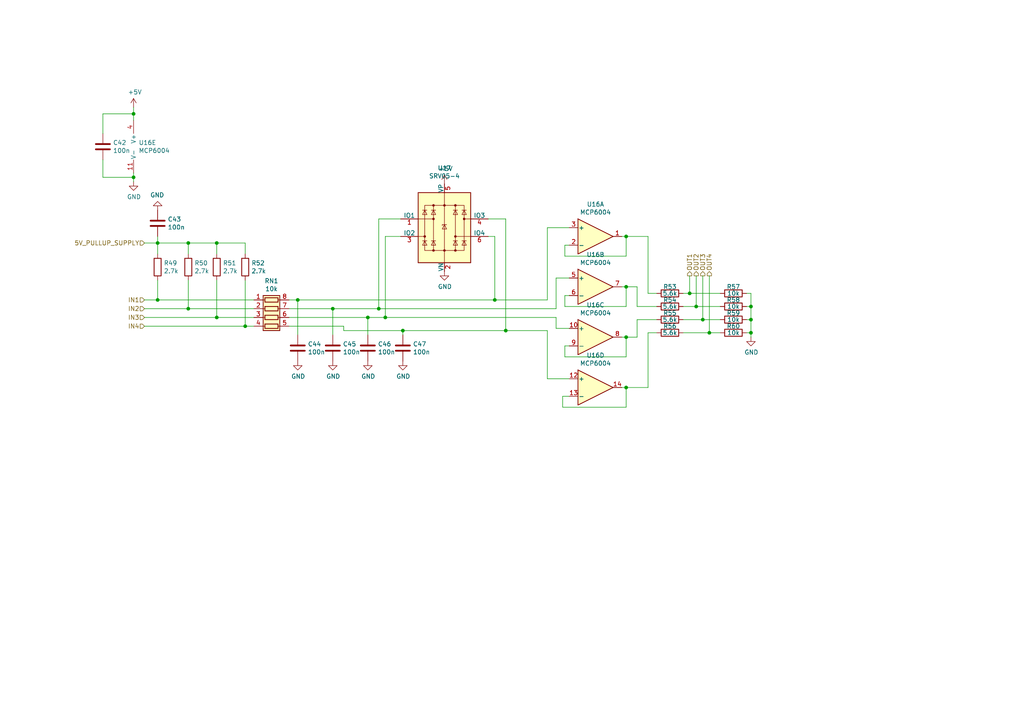
<source format=kicad_sch>
(kicad_sch (version 20230121) (generator eeschema)
  (paper "A4")
  (title_block (title "rusEfi Proteus") (date "2022-04-09") (rev "v0.7") (company "rusEFI") (comment 1 "github.com/mck1117/proteus") (comment 2 "rusefi.com/s/proteus"))
  (lib_symbols
    (symbol "Amplifier_Operational:MCP6004" (pin_names (offset 0.127))
      (property "Reference" "U" (at 0 5.08 0))
      (property "Value" "MCP6004" (at 0 -5.08 0))
      (symbol "MCP6004_1_1"
        (polyline (pts (xy -5.08 5.08) (xy 5.08 0) (xy -5.08 -5.08) (xy -5.08 5.08)) (stroke (width 0.254)) (fill (type background)))
        (pin output line (at 7.62 0 180) (length 2.54) (name "~") (number "1"))
        (pin input line (at -7.62 -2.54 0) (length 2.54) (name "-") (number "2"))
        (pin input line (at -7.62 2.54 0) (length 2.54) (name "+") (number "3"))
      )
      (symbol "MCP6004_2_1"
        (polyline (pts (xy -5.08 5.08) (xy 5.08 0) (xy -5.08 -5.08) (xy -5.08 5.08)) (stroke (width 0.254)) (fill (type background)))
        (pin input line (at -7.62 2.54 0) (length 2.54) (name "+") (number "5"))
        (pin input line (at -7.62 -2.54 0) (length 2.54) (name "-") (number "6"))
        (pin output line (at 7.62 0 180) (length 2.54) (name "~") (number "7"))
      )
      (symbol "MCP6004_3_1"
        (polyline (pts (xy -5.08 5.08) (xy 5.08 0) (xy -5.08 -5.08) (xy -5.08 5.08)) (stroke (width 0.254)) (fill (type background)))
        (pin input line (at -7.62 2.54 0) (length 2.54) (name "+") (number "10"))
        (pin output line (at 7.62 0 180) (length 2.54) (name "~") (number "8"))
        (pin input line (at -7.62 -2.54 0) (length 2.54) (name "-") (number "9"))
      )
      (symbol "MCP6004_4_1"
        (polyline (pts (xy -5.08 5.08) (xy 5.08 0) (xy -5.08 -5.08) (xy -5.08 5.08)) (stroke (width 0.254)) (fill (type background)))
        (pin input line (at -7.62 2.54 0) (length 2.54) (name "+") (number "12"))
        (pin input line (at -7.62 -2.54 0) (length 2.54) (name "-") (number "13"))
        (pin output line (at 7.62 0 180) (length 2.54) (name "~") (number "14"))
      )
      (symbol "MCP6004_5_1"
        (pin power_in line (at -2.54 -7.62 90) (length 3.81) (name "V-") (number "11"))
        (pin power_in line (at -2.54 7.62 270) (length 3.81) (name "V+") (number "4"))
      )
    )
    (symbol "Device:C" (pin_numbers hide) (pin_names (offset 0.254))
      (property "Reference" "C" (at 0.635 2.54 0))
      (property "Value" "C" (at 0.635 -2.54 0))
      (symbol "C_0_1"
        (polyline (pts (xy -2.032 -0.762) (xy 2.032 -0.762)) (stroke (width 0.508)))
        (polyline (pts (xy -2.032 0.762) (xy 2.032 0.762)) (stroke (width 0.508)))
      )
      (symbol "C_1_1"
        (pin passive line (at 0 3.81 270) (length 2.794) (name "~") (number "1"))
        (pin passive line (at 0 -3.81 90) (length 2.794) (name "~") (number "2"))
      )
    )
    (symbol "Device:R" (pin_numbers hide) (pin_names (offset 0))
      (property "Reference" "R" (at 2.032 0 90))
      (property "Value" "R" (at 0 0 90))
      (symbol "R_0_1"
        (rectangle (start -1.016 -2.54) (end 1.016 2.54) (stroke (width 0.254)))
      )
      (symbol "R_1_1"
        (pin passive line (at 0 3.81 270) (length 1.27) (name "~") (number "1"))
        (pin passive line (at 0 -3.81 90) (length 1.27) (name "~") (number "2"))
      )
    )
    (symbol "Device:R_Pack04" (pin_names (offset 0) hide)
      (property "Reference" "RN" (at -7.62 0 90))
      (property "Value" "R_Pack04" (at 5.08 0 90))
      (symbol "R_Pack04_0_1"
        (rectangle (start -6.35 -2.413) (end 3.81 2.413) (stroke (width 0.254)) (fill (type background)))
        (rectangle (start -5.715 1.905) (end -4.445 -1.905) (stroke (width 0.254)))
        (rectangle (start -3.175 1.905) (end -1.905 -1.905) (stroke (width 0.254)))
        (rectangle (start -0.635 1.905) (end 0.635 -1.905) (stroke (width 0.254)))
        (polyline (pts (xy -5.08 -2.54) (xy -5.08 -1.905)))
        (polyline (pts (xy -5.08 1.905) (xy -5.08 2.54)))
        (polyline (pts (xy -2.54 -2.54) (xy -2.54 -1.905)))
        (polyline (pts (xy -2.54 1.905) (xy -2.54 2.54)))
        (polyline (pts (xy 0 -2.54) (xy 0 -1.905)))
        (polyline (pts (xy 0 1.905) (xy 0 2.54)))
        (polyline (pts (xy 2.54 -2.54) (xy 2.54 -1.905)))
        (polyline (pts (xy 2.54 1.905) (xy 2.54 2.54)))
        (rectangle (start 1.905 1.905) (end 3.175 -1.905) (stroke (width 0.254)))
      )
      (symbol "R_Pack04_1_1"
        (pin passive line (at -5.08 -5.08 90) (length 2.54) (name "R1.1") (number "1"))
        (pin passive line (at -2.54 -5.08 90) (length 2.54) (name "R2.1") (number "2"))
        (pin passive line (at 0 -5.08 90) (length 2.54) (name "R3.1") (number "3"))
        (pin passive line (at 2.54 -5.08 90) (length 2.54) (name "R4.1") (number "4"))
        (pin passive line (at 2.54 5.08 270) (length 2.54) (name "R4.2") (number "5"))
        (pin passive line (at 0 5.08 270) (length 2.54) (name "R3.2") (number "6"))
        (pin passive line (at -2.54 5.08 270) (length 2.54) (name "R2.2") (number "7"))
        (pin passive line (at -5.08 5.08 270) (length 2.54) (name "R1.2") (number "8"))
      )
    )
    (symbol "Power_Protection:SRV05-4" (pin_names (offset 0))
      (property "Reference" "U" (at -5.08 11.43 0))
      (property "Value" "SRV05-4" (at 2.54 11.43 0))
      (symbol "SRV05-4_0_0"
        (rectangle (start -5.715 6.477) (end 5.715 -6.604))
        (polyline (pts (xy -3.175 -6.604) (xy -3.175 6.477)))
        (polyline (pts (xy 3.175 6.477) (xy 3.175 -6.604)))
      )
      (symbol "SRV05-4_0_1"
        (rectangle (start -7.62 10.16) (end 7.62 -10.16) (stroke (width 0.254)) (fill (type background)))
        (circle (center -5.715 -2.54) (radius 0.2794) (fill (type outline)))
        (circle (center -3.175 -6.604) (radius 0.2794) (fill (type outline)))
        (circle (center -3.175 2.54) (radius 0.2794) (fill (type outline)))
        (circle (center -3.175 6.477) (radius 0.2794) (fill (type outline)))
        (circle (center 0 -6.604) (radius 0.2794) (fill (type outline)))
        (polyline (pts (xy -7.747 2.54) (xy -3.175 2.54)))
        (polyline (pts (xy -7.62 -2.54) (xy -5.715 -2.54)))
        (polyline (pts (xy -5.08 -3.81) (xy -6.35 -3.81)))
        (polyline (pts (xy -5.08 5.08) (xy -6.35 5.08)))
        (polyline (pts (xy -2.54 -3.81) (xy -3.81 -3.81)))
        (polyline (pts (xy -2.54 5.08) (xy -3.81 5.08)))
        (polyline (pts (xy 0 10.16) (xy 0 -10.16)))
        (polyline (pts (xy 3.81 -3.81) (xy 2.54 -3.81)))
        (polyline (pts (xy 3.81 5.08) (xy 2.54 5.08)))
        (polyline (pts (xy 6.35 -3.81) (xy 5.08 -3.81)))
        (polyline (pts (xy 6.35 5.08) (xy 5.08 5.08)))
        (polyline (pts (xy 7.62 -2.54) (xy 3.175 -2.54)))
        (polyline (pts (xy 7.62 2.54) (xy 5.715 2.54)))
        (polyline (pts (xy 0.635 0.889) (xy -0.635 0.889) (xy -0.635 0.635)))
        (polyline (pts (xy -5.08 -5.08) (xy -6.35 -5.08) (xy -5.715 -3.81) (xy -5.08 -5.08)))
        (polyline (pts (xy -5.08 3.81) (xy -6.35 3.81) (xy -5.715 5.08) (xy -5.08 3.81)))
        (polyline (pts (xy -2.54 -5.08) (xy -3.81 -5.08) (xy -3.175 -3.81) (xy -2.54 -5.08)))
        (polyline (pts (xy -2.54 3.81) (xy -3.81 3.81) (xy -3.175 5.08) (xy -2.54 3.81)))
        (polyline (pts (xy 0.635 -0.381) (xy -0.635 -0.381) (xy 0 0.889) (xy 0.635 -0.381)))
        (polyline (pts (xy 3.81 -5.08) (xy 2.54 -5.08) (xy 3.175 -3.81) (xy 3.81 -5.08)))
        (polyline (pts (xy 3.81 3.81) (xy 2.54 3.81) (xy 3.175 5.08) (xy 3.81 3.81)))
        (polyline (pts (xy 6.35 -5.08) (xy 5.08 -5.08) (xy 5.715 -3.81) (xy 6.35 -5.08)))
        (polyline (pts (xy 6.35 3.81) (xy 5.08 3.81) (xy 5.715 5.08) (xy 6.35 3.81)))
        (circle (center 0 6.477) (radius 0.2794) (fill (type outline)))
        (circle (center 3.175 -6.604) (radius 0.2794) (fill (type outline)))
        (circle (center 3.175 -2.54) (radius 0.2794) (fill (type outline)))
        (circle (center 3.175 6.477) (radius 0.2794) (fill (type outline)))
        (circle (center 5.715 2.54) (radius 0.2794) (fill (type outline)))
      )
      (symbol "SRV05-4_1_1"
        (pin passive line (at -12.7 2.54 0) (length 5.08) (name "IO1") (number "1"))
        (pin passive line (at 0 -12.7 90) (length 2.54) (name "VN") (number "2"))
        (pin passive line (at -12.7 -2.54 0) (length 5.08) (name "IO2") (number "3"))
        (pin passive line (at 12.7 2.54 180) (length 5.08) (name "IO3") (number "4"))
        (pin passive line (at 0 12.7 270) (length 2.54) (name "VP") (number "5"))
        (pin passive line (at 12.7 -2.54 180) (length 5.08) (name "IO4") (number "6"))
      )
    )
    (symbol "power:+5V" (power) (pin_names (offset 0))
      (property "Value" "+5V" (at 0 3.556 0))
      (symbol "+5V_0_1"
        (polyline (pts (xy -0.762 1.27) (xy 0 2.54)))
        (polyline (pts (xy 0 0) (xy 0 2.54)))
        (polyline (pts (xy 0 2.54) (xy 0.762 1.27)))
      )
      (symbol "+5V_1_1"
        (pin power_in line (at 0 0 90) (length 0) hide (name "+5V") (number "1"))
      )
    )
    (symbol "power:GND" (power) (pin_names (offset 0))
      (property "Value" "GND" (at 0 -3.81 0))
      (symbol "GND_0_1"
        (polyline (pts (xy 0 0) (xy 0 -1.27) (xy 1.27 -1.27) (xy 0 -2.54) (xy -1.27 -1.27) (xy 0 -1.27)))
      )
      (symbol "GND_1_1"
        (pin power_in line (at 0 0 270) (length 0) hide (name "GND") (number "1"))
      )
    )
  )
  (junction (at 200.025 85.09))
  (junction (at 71.12 94.615))
  (junction (at 45.72 86.995))
  (junction (at 109.855 89.535))
  (junction (at 54.61 89.535))
  (junction (at 86.36 86.995))
  (junction (at 54.61 70.485))
  (junction (at 38.735 51.435))
  (junction (at 38.735 33.02))
  (junction (at 116.84 95.885))
  (junction (at 217.805 88.9))
  (junction (at 217.805 96.52))
  (junction (at 217.805 92.71))
  (junction (at 181.61 97.79))
  (junction (at 181.61 83.185))
  (junction (at 143.51 86.995))
  (junction (at 62.865 92.075))
  (junction (at 96.52 89.535))
  (junction (at 205.74 96.52))
  (junction (at 203.835 92.71))
  (junction (at 181.61 112.395))
  (junction (at 111.76 92.075))
  (junction (at 181.61 68.58))
  (junction (at 146.685 95.885))
  (junction (at 45.72 70.485))
  (junction (at 201.93 88.9))
  (junction (at 62.865 70.485))
  (junction (at 106.68 92.075))
  (wire (pts (xy 181.61 112.395) (xy 180.34 112.395)))
  (wire (pts (xy 181.61 118.11) (xy 181.61 112.395)))
  (wire (pts (xy 203.835 92.71) (xy 208.915 92.71)))
  (wire (pts (xy 165.1 114.935) (xy 163.195 114.935)))
  (wire (pts (xy 99.695 94.615) (xy 99.695 95.885)))
  (wire (pts (xy 181.61 103.505) (xy 181.61 97.79)))
  (wire (pts (xy 109.855 63.5) (xy 109.855 89.535)))
  (wire (pts (xy 83.82 92.075) (xy 106.68 92.075)))
  (wire (pts (xy 86.36 86.995) (xy 83.82 86.995)))
  (wire (pts (xy 38.735 52.705) (xy 38.735 51.435)))
  (wire (pts (xy 205.74 96.52) (xy 198.12 96.52)))
  (wire (pts (xy 158.75 109.855) (xy 165.1 109.855)))
  (wire (pts (xy 45.72 70.485) (xy 54.61 70.485)))
  (wire (pts (xy 203.835 80.01) (xy 203.835 92.71)))
  (wire (pts (xy 96.52 89.535) (xy 96.52 97.155)))
  (wire (pts (xy 216.535 85.09) (xy 217.805 85.09)))
  (wire (pts (xy 181.61 68.58) (xy 180.34 68.58)))
  (wire (pts (xy 38.735 51.435) (xy 29.845 51.435)))
  (wire (pts (xy 38.735 31.115) (xy 38.735 33.02)))
  (wire (pts (xy 198.12 92.71) (xy 203.835 92.71)))
  (wire (pts (xy 184.785 88.9) (xy 190.5 88.9)))
  (wire (pts (xy 181.61 83.185) (xy 184.785 83.185)))
  (wire (pts (xy 71.12 94.615) (xy 73.66 94.615)))
  (wire (pts (xy 99.695 95.885) (xy 116.84 95.885)))
  (wire (pts (xy 187.96 85.09) (xy 187.96 68.58)))
  (wire (pts (xy 187.96 96.52) (xy 187.96 112.395)))
  (wire (pts (xy 86.36 97.155) (xy 86.36 86.995)))
  (wire (pts (xy 83.82 94.615) (xy 99.695 94.615)))
  (wire (pts (xy 217.805 96.52) (xy 216.535 96.52)))
  (wire (pts (xy 38.735 33.02) (xy 38.735 34.925)))
  (wire (pts (xy 71.12 70.485) (xy 71.12 73.66)))
  (wire (pts (xy 54.61 70.485) (xy 54.61 73.66)))
  (wire (pts (xy 109.855 89.535) (xy 161.29 89.535)))
  (wire (pts (xy 161.29 80.645) (xy 161.29 89.535)))
  (wire (pts (xy 217.805 88.9) (xy 216.535 88.9)))
  (wire (pts (xy 62.865 81.28) (xy 62.865 92.075)))
  (wire (pts (xy 146.685 95.885) (xy 158.75 95.885)))
  (wire (pts (xy 41.91 89.535) (xy 54.61 89.535)))
  (wire (pts (xy 163.83 100.33) (xy 163.83 103.505)))
  (wire (pts (xy 45.72 70.485) (xy 45.72 73.66)))
  (wire (pts (xy 96.52 89.535) (xy 109.855 89.535)))
  (wire (pts (xy 54.61 70.485) (xy 62.865 70.485)))
  (wire (pts (xy 45.72 68.58) (xy 45.72 70.485)))
  (wire (pts (xy 163.83 85.725) (xy 163.83 88.9)))
  (wire (pts (xy 217.805 85.09) (xy 217.805 88.9)))
  (wire (pts (xy 106.68 92.075) (xy 106.68 97.155)))
  (wire (pts (xy 41.91 94.615) (xy 71.12 94.615)))
  (wire (pts (xy 200.025 85.09) (xy 200.025 80.01)))
  (wire (pts (xy 217.805 96.52) (xy 217.805 92.71)))
  (wire (pts (xy 143.51 68.58) (xy 143.51 86.995)))
  (wire (pts (xy 111.76 92.075) (xy 111.76 68.58)))
  (wire (pts (xy 143.51 86.995) (xy 158.75 86.995)))
  (wire (pts (xy 38.735 51.435) (xy 38.735 50.165)))
  (wire (pts (xy 29.845 33.02) (xy 38.735 33.02)))
  (wire (pts (xy 45.72 81.28) (xy 45.72 86.995)))
  (wire (pts (xy 161.29 95.25) (xy 165.1 95.25)))
  (wire (pts (xy 208.915 88.9) (xy 201.93 88.9)))
  (wire (pts (xy 45.72 86.995) (xy 73.66 86.995)))
  (wire (pts (xy 158.75 86.995) (xy 158.75 66.04)))
  (wire (pts (xy 201.93 88.9) (xy 198.12 88.9)))
  (wire (pts (xy 217.805 92.71) (xy 216.535 92.71)))
  (wire (pts (xy 163.83 103.505) (xy 181.61 103.505)))
  (wire (pts (xy 41.91 86.995) (xy 45.72 86.995)))
  (wire (pts (xy 190.5 85.09) (xy 187.96 85.09)))
  (wire (pts (xy 86.36 86.995) (xy 143.51 86.995)))
  (wire (pts (xy 181.61 74.295) (xy 181.61 68.58)))
  (wire (pts (xy 198.12 85.09) (xy 200.025 85.09)))
  (wire (pts (xy 165.1 100.33) (xy 163.83 100.33)))
  (wire (pts (xy 181.61 83.185) (xy 180.34 83.185)))
  (wire (pts (xy 141.605 68.58) (xy 143.51 68.58)))
  (wire (pts (xy 181.61 97.79) (xy 184.785 97.79)))
  (wire (pts (xy 184.785 83.185) (xy 184.785 88.9)))
  (wire (pts (xy 217.805 92.71) (xy 217.805 88.9)))
  (wire (pts (xy 163.195 118.11) (xy 181.61 118.11)))
  (wire (pts (xy 201.93 80.01) (xy 201.93 88.9)))
  (wire (pts (xy 158.75 66.04) (xy 165.1 66.04)))
  (wire (pts (xy 41.91 92.075) (xy 62.865 92.075)))
  (wire (pts (xy 187.96 112.395) (xy 181.61 112.395)))
  (wire (pts (xy 54.61 81.28) (xy 54.61 89.535)))
  (wire (pts (xy 163.195 114.935) (xy 163.195 118.11)))
  (wire (pts (xy 106.68 92.075) (xy 111.76 92.075)))
  (wire (pts (xy 116.84 95.885) (xy 146.685 95.885)))
  (wire (pts (xy 200.025 85.09) (xy 208.915 85.09)))
  (wire (pts (xy 163.83 88.9) (xy 181.61 88.9)))
  (wire (pts (xy 184.785 97.79) (xy 184.785 92.71)))
  (wire (pts (xy 184.785 92.71) (xy 190.5 92.71)))
  (wire (pts (xy 161.29 92.075) (xy 161.29 95.25)))
  (wire (pts (xy 111.76 92.075) (xy 161.29 92.075)))
  (wire (pts (xy 116.84 97.155) (xy 116.84 95.885)))
  (wire (pts (xy 217.805 97.79) (xy 217.805 96.52)))
  (wire (pts (xy 208.915 96.52) (xy 205.74 96.52)))
  (wire (pts (xy 41.91 70.485) (xy 45.72 70.485)))
  (wire (pts (xy 163.83 74.295) (xy 181.61 74.295)))
  (wire (pts (xy 181.61 97.79) (xy 180.34 97.79)))
  (wire (pts (xy 187.96 68.58) (xy 181.61 68.58)))
  (wire (pts (xy 146.685 63.5) (xy 146.685 95.885)))
  (wire (pts (xy 62.865 92.075) (xy 73.66 92.075)))
  (wire (pts (xy 111.76 68.58) (xy 116.205 68.58)))
  (wire (pts (xy 141.605 63.5) (xy 146.685 63.5)))
  (wire (pts (xy 29.845 38.735) (xy 29.845 33.02)))
  (wire (pts (xy 29.845 51.435) (xy 29.845 46.355)))
  (wire (pts (xy 190.5 96.52) (xy 187.96 96.52)))
  (wire (pts (xy 165.1 71.12) (xy 163.83 71.12)))
  (wire (pts (xy 62.865 70.485) (xy 71.12 70.485)))
  (wire (pts (xy 71.12 81.28) (xy 71.12 94.615)))
  (wire (pts (xy 54.61 89.535) (xy 73.66 89.535)))
  (wire (pts (xy 165.1 85.725) (xy 163.83 85.725)))
  (wire (pts (xy 205.74 96.52) (xy 205.74 80.01)))
  (wire (pts (xy 116.205 63.5) (xy 109.855 63.5)))
  (wire (pts (xy 163.83 71.12) (xy 163.83 74.295)))
  (wire (pts (xy 165.1 80.645) (xy 161.29 80.645)))
  (wire (pts (xy 158.75 95.885) (xy 158.75 109.855)))
  (wire (pts (xy 62.865 70.485) (xy 62.865 73.66)))
  (wire (pts (xy 83.82 89.535) (xy 96.52 89.535)))
  (wire (pts (xy 181.61 88.9) (xy 181.61 83.185)))
  (hierarchical_label "OUT3" (shape output) (at 203.835 80.01 90))
  (hierarchical_label "OUT4" (shape output) (at 205.74 80.01 90))
  (hierarchical_label "IN2" (shape input) (at 41.91 89.535 180))
  (hierarchical_label "OUT2" (shape output) (at 201.93 80.01 90))
  (hierarchical_label "IN1" (shape input) (at 41.91 86.995 180))
  (hierarchical_label "IN3" (shape input) (at 41.91 92.075 180))
  (hierarchical_label "IN4" (shape input) (at 41.91 94.615 180))
  (hierarchical_label "5V_PULLUP_SUPPLY" (shape input) (at 41.91 70.485 180))
  (hierarchical_label "OUT1" (shape output) (at 200.025 80.01 90))
  (symbol (lib_id "Amplifier_Operational:MCP6004") (at 41.275 42.545 0) (unit 5)
    (property "Reference" "U16" (at 40.2082 41.3766 0) (effects (justify left)))
    (property "Value" "MCP6004" (at 40.2082 43.688 0) (effects (justify left)))
    (property "Footprint" "Package_SO:TSSOP-14_4.4x5mm_P0.65mm" (effects hide))
    (property "Datasheet" "http://ww1.microchip.com/downloads/en/DeviceDoc/21733j.pdf" (effects hide))
    (property "PN" "MCP6004T-I/ST" (effects hide))
    (property "LCSC" "C50282" (effects hide))
    (property "LCSC_ext" "1" (effects hide))
    (property "possible_not_ext" "1" (effects hide))
  )
  (symbol (lib_id "Device:R_Pack04") (at 78.74 92.075 270) (unit 1)
    (property "Reference" "RN1" (at 78.74 81.4832 90))
    (property "Value" "10k" (at 78.74 83.7946 90))
    (property "Footprint" "Resistor_SMD:R_Array_Convex_4x0603" (effects hide))
    (property "PN" "CAT16-473J4LF" (effects hide))
    (property "LCSC" "C29718" (effects hide))
    (property "LCSC_ext" "0" (effects hide))
  )
  (symbol (lib_id "Device:R") (at 45.72 77.47 0) (unit 1)
    (property "Reference" "R49" (at 47.498 76.3016 0) (effects (justify left)))
    (property "Value" "2.7k" (at 47.498 78.613 0) (effects (justify left)))
    (property "Footprint" "Resistor_SMD:R_0603_1608Metric" (effects hide))
    (property "LCSC" "C13167" (effects hide))
    (property "LCSC_ext" "0" (effects hide))
  )
  (symbol (lib_id "Device:C") (at 29.845 42.545 0) (unit 1)
    (property "Reference" "C42" (at 32.766 41.3766 0) (effects (justify left)))
    (property "Value" "100n" (at 32.766 43.688 0) (effects (justify left)))
    (property "Footprint" "Capacitor_SMD:C_0603_1608Metric" (effects hide))
    (property "LCSC" "C14663" (effects hide))
    (property "LCSC_ext" "0" (effects hide))
  )
  (symbol (lib_id "power:GND") (at 38.735 52.705 0) (unit 1)
    (property "Reference" "#PWR0102" (effects hide))
    (property "Value" "GND" (at 38.862 57.0992 0))
  )
  (symbol (lib_id "power:GND") (at 106.68 104.775 0) (unit 1)
    (property "Reference" "#PWR0106" (effects hide))
    (property "Value" "GND" (at 106.807 109.1692 0))
  )
  (symbol (lib_id "power:GND") (at 116.84 104.775 0) (unit 1)
    (property "Reference" "#PWR0107" (effects hide))
    (property "Value" "GND" (at 116.967 109.1692 0))
  )
  (symbol (lib_id "power:GND") (at 217.805 97.79 0) (unit 1)
    (property "Reference" "#PWR0110" (effects hide))
    (property "Value" "GND" (at 217.932 102.1842 0))
  )
  (symbol (lib_id "Device:C") (at 45.72 64.77 0) (unit 1)
    (property "Reference" "C43" (at 48.641 63.6016 0) (effects (justify left)))
    (property "Value" "100n" (at 48.641 65.913 0) (effects (justify left)))
    (property "Footprint" "Capacitor_SMD:C_0603_1608Metric" (effects hide))
    (property "LCSC" "C14663" (effects hide))
    (property "LCSC_ext" "0" (effects hide))
  )
  (symbol (lib_id "power:GND") (at 45.72 60.96 180) (unit 1)
    (property "Reference" "#PWR0103" (effects hide))
    (property "Value" "GND" (at 45.593 56.5658 0))
  )
  (symbol (lib_id "Device:R") (at 54.61 77.47 0) (unit 1)
    (property "Reference" "R50" (at 56.388 76.3016 0) (effects (justify left)))
    (property "Value" "2.7k" (at 56.388 78.613 0) (effects (justify left)))
    (property "Footprint" "Resistor_SMD:R_0603_1608Metric" (effects hide))
    (property "LCSC" "C13167" (effects hide))
    (property "LCSC_ext" "0" (effects hide))
  )
  (symbol (lib_id "Device:R") (at 62.865 77.47 0) (unit 1)
    (property "Reference" "R51" (at 64.643 76.3016 0) (effects (justify left)))
    (property "Value" "2.7k" (at 64.643 78.613 0) (effects (justify left)))
    (property "Footprint" "Resistor_SMD:R_0603_1608Metric" (effects hide))
    (property "LCSC" "C13167" (effects hide))
    (property "LCSC_ext" "0" (effects hide))
  )
  (symbol (lib_id "Device:R") (at 71.12 77.47 0) (unit 1)
    (property "Reference" "R52" (at 72.898 76.3016 0) (effects (justify left)))
    (property "Value" "2.7k" (at 72.898 78.613 0) (effects (justify left)))
    (property "Footprint" "Resistor_SMD:R_0603_1608Metric" (effects hide))
    (property "LCSC" "C13167" (effects hide))
    (property "LCSC_ext" "0" (effects hide))
  )
  (symbol (lib_id "Amplifier_Operational:MCP6004") (at 172.72 68.58 0) (unit 1)
    (property "Reference" "U16" (at 172.72 59.2582 0))
    (property "Value" "MCP6004" (at 172.72 61.5696 0))
    (property "Footprint" "Package_SO:TSSOP-14_4.4x5mm_P0.65mm" (effects hide))
    (property "Datasheet" "http://ww1.microchip.com/downloads/en/DeviceDoc/21733j.pdf" (effects hide))
    (property "PN" "MCP6004T-I/ST" (effects hide))
    (property "LCSC" "C50282" (effects hide))
    (property "LCSC_ext" "1" (effects hide))
    (property "possible_not_ext" "1" (effects hide))
  )
  (symbol (lib_id "Amplifier_Operational:MCP6004") (at 172.72 83.185 0) (unit 2)
    (property "Reference" "U16" (at 172.72 73.8632 0))
    (property "Value" "MCP6004" (at 172.72 76.1746 0))
    (property "Footprint" "Package_SO:TSSOP-14_4.4x5mm_P0.65mm" (effects hide))
    (property "Datasheet" "http://ww1.microchip.com/downloads/en/DeviceDoc/21733j.pdf" (effects hide))
    (property "PN" "MCP6004T-I/ST" (effects hide))
    (property "LCSC" "C50282" (effects hide))
    (property "LCSC_ext" "1" (effects hide))
    (property "possible_not_ext" "1" (effects hide))
  )
  (symbol (lib_id "Amplifier_Operational:MCP6004") (at 172.72 97.79 0) (unit 3)
    (property "Reference" "U16" (at 172.72 88.4682 0))
    (property "Value" "MCP6004" (at 172.72 90.7796 0))
    (property "Footprint" "Package_SO:TSSOP-14_4.4x5mm_P0.65mm" (effects hide))
    (property "Datasheet" "http://ww1.microchip.com/downloads/en/DeviceDoc/21733j.pdf" (effects hide))
    (property "PN" "MCP6004T-I/ST" (effects hide))
    (property "LCSC" "C50282" (effects hide))
    (property "LCSC_ext" "1" (effects hide))
    (property "possible_not_ext" "1" (effects hide))
  )
  (symbol (lib_id "Amplifier_Operational:MCP6004") (at 172.72 112.395 0) (unit 4)
    (property "Reference" "U16" (at 172.72 103.0732 0))
    (property "Value" "MCP6004" (at 172.72 105.3846 0))
    (property "Footprint" "Package_SO:TSSOP-14_4.4x5mm_P0.65mm" (effects hide))
    (property "Datasheet" "http://ww1.microchip.com/downloads/en/DeviceDoc/21733j.pdf" (effects hide))
    (property "PN" "MCP6004T-I/ST" (effects hide))
    (property "LCSC" "C50282" (effects hide))
    (property "LCSC_ext" "1" (effects hide))
    (property "possible_not_ext" "1" (effects hide))
  )
  (symbol (lib_id "power:GND") (at 86.36 104.775 0) (unit 1)
    (property "Reference" "#PWR0104" (effects hide))
    (property "Value" "GND" (at 86.487 109.1692 0))
  )
  (symbol (lib_id "power:GND") (at 96.52 104.775 0) (unit 1)
    (property "Reference" "#PWR0105" (effects hide))
    (property "Value" "GND" (at 96.647 109.1692 0))
  )
  (symbol (lib_id "power:+5V") (at 38.735 31.115 0) (unit 1)
    (property "Reference" "#PWR0101" (effects hide))
    (property "Value" "+5V" (at 39.116 26.7208 0))
  )
  (symbol (lib_id "Device:C") (at 86.36 100.965 0) (unit 1)
    (property "Reference" "C44" (at 89.281 99.7966 0) (effects (justify left)))
    (property "Value" "100n" (at 89.281 102.108 0) (effects (justify left)))
    (property "Footprint" "Capacitor_SMD:C_0402_1005Metric" (effects hide))
    (property "LCSC" "C1525" (effects hide))
    (property "LCSC_ext" "0" (effects hide))
  )
  (symbol (lib_id "Device:C") (at 96.52 100.965 0) (unit 1)
    (property "Reference" "C45" (at 99.441 99.7966 0) (effects (justify left)))
    (property "Value" "100n" (at 99.441 102.108 0) (effects (justify left)))
    (property "Footprint" "Capacitor_SMD:C_0402_1005Metric" (effects hide))
    (property "LCSC" "C1525" (effects hide))
    (property "LCSC_ext" "0" (effects hide))
  )
  (symbol (lib_id "Device:C") (at 106.68 100.965 0) (unit 1)
    (property "Reference" "C46" (at 109.601 99.7966 0) (effects (justify left)))
    (property "Value" "100n" (at 109.601 102.108 0) (effects (justify left)))
    (property "Footprint" "Capacitor_SMD:C_0402_1005Metric" (effects hide))
    (property "LCSC" "C1525" (effects hide))
    (property "LCSC_ext" "0" (effects hide))
  )
  (symbol (lib_id "Device:C") (at 116.84 100.965 0) (unit 1)
    (property "Reference" "C47" (at 119.761 99.7966 0) (effects (justify left)))
    (property "Value" "100n" (at 119.761 102.108 0) (effects (justify left)))
    (property "Footprint" "Capacitor_SMD:C_0402_1005Metric" (effects hide))
    (property "LCSC" "C1525" (effects hide))
    (property "LCSC_ext" "0" (effects hide))
  )
  (symbol (lib_id "Power_Protection:SRV05-4") (at 128.905 66.04 0) (unit 1)
    (property "Reference" "U17" (at 128.905 48.7426 0))
    (property "Value" "SRV05-4" (at 128.905 51.054 0))
    (property "Footprint" "Package_TO_SOT_SMD:SOT-23-6" (effects hide))
    (property "Datasheet" "http://www.onsemi.com/pub/Collateral/SRV05-4-D.PDF" (effects hide))
    (property "LCSC" "C85364" (effects hide))
    (property "LCSC_ext" "0" (effects hide))
  )
  (symbol (lib_id "power:GND") (at 128.905 78.74 0) (unit 1)
    (property "Reference" "#PWR0109" (effects hide))
    (property "Value" "GND" (at 129.032 83.1342 0))
  )
  (symbol (lib_id "power:+5V") (at 128.905 53.34 0) (unit 1)
    (property "Reference" "#PWR0108" (effects hide))
    (property "Value" "+5V" (at 129.286 48.9458 0))
  )
  (symbol (lib_id "Device:R") (at 194.31 85.09 270) (unit 1)
    (property "Reference" "R53" (at 194.31 83.185 90))
    (property "Value" "5.6k" (at 194.31 85.09 90))
    (property "Footprint" "Resistor_SMD:R_0402_1005Metric" (effects hide))
    (property "LCSC" "C25908" (effects hide))
    (property "LCSC_ext" "0" (effects hide))
  )
  (symbol (lib_id "Device:R") (at 194.31 88.9 270) (unit 1)
    (property "Reference" "R54" (at 194.31 86.995 90))
    (property "Value" "5.6k" (at 194.31 88.9 90))
    (property "Footprint" "Resistor_SMD:R_0402_1005Metric" (effects hide))
    (property "LCSC" "C25908" (effects hide))
    (property "LCSC_ext" "0" (effects hide))
  )
  (symbol (lib_id "Device:R") (at 194.31 92.71 270) (unit 1)
    (property "Reference" "R55" (at 194.31 90.805 90))
    (property "Value" "5.6k" (at 194.31 92.71 90))
    (property "Footprint" "Resistor_SMD:R_0402_1005Metric" (effects hide))
    (property "LCSC" "C25908" (effects hide))
    (property "LCSC_ext" "0" (effects hide))
  )
  (symbol (lib_id "Device:R") (at 194.31 96.52 270) (unit 1)
    (property "Reference" "R56" (at 194.31 94.615 90))
    (property "Value" "5.6k" (at 194.31 96.52 90))
    (property "Footprint" "Resistor_SMD:R_0402_1005Metric" (effects hide))
    (property "LCSC" "C25908" (effects hide))
    (property "LCSC_ext" "0" (effects hide))
  )
  (symbol (lib_id "Device:R") (at 212.725 85.09 270) (unit 1)
    (property "Reference" "R57" (at 212.725 83.185 90))
    (property "Value" "10k" (at 212.725 85.09 90))
    (property "Footprint" "Resistor_SMD:R_0402_1005Metric" (effects hide))
    (property "LCSC" "C25744" (effects hide))
    (property "LCSC_ext" "0" (effects hide))
  )
  (symbol (lib_id "Device:R") (at 212.725 88.9 270) (unit 1)
    (property "Reference" "R58" (at 212.725 86.995 90))
    (property "Value" "10k" (at 212.725 88.9 90))
    (property "Footprint" "Resistor_SMD:R_0402_1005Metric" (effects hide))
    (property "LCSC" "C25744" (effects hide))
    (property "LCSC_ext" "0" (effects hide))
  )
  (symbol (lib_id "Device:R") (at 212.725 92.71 270) (unit 1)
    (property "Reference" "R59" (at 212.725 90.805 90))
    (property "Value" "10k" (at 212.725 92.71 90))
    (property "Footprint" "Resistor_SMD:R_0402_1005Metric" (effects hide))
    (property "LCSC" "C25744" (effects hide))
    (property "LCSC_ext" "0" (effects hide))
  )
  (symbol (lib_id "Device:R") (at 212.725 96.52 270) (unit 1)
    (property "Reference" "R60" (at 212.725 94.615 90))
    (property "Value" "10k" (at 212.725 96.52 90))
    (property "Footprint" "Resistor_SMD:R_0402_1005Metric" (effects hide))
    (property "LCSC" "C25744" (effects hide))
    (property "LCSC_ext" "0" (effects hide))
  )
)
</source>
